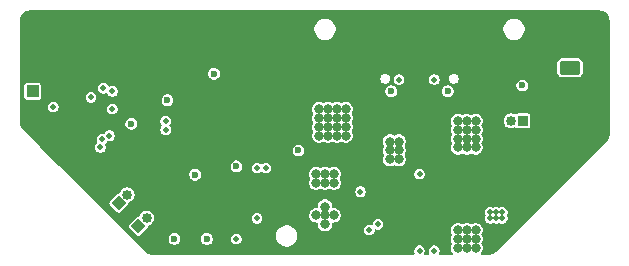
<source format=gbr>
%TF.GenerationSoftware,KiCad,Pcbnew,9.0.1-rc2-202503292320~1d443ca74c~ubuntu24.04.1*%
%TF.CreationDate,2025-04-04T23:21:44+10:00*%
%TF.ProjectId,Stormbreaker,53746f72-6d62-4726-9561-6b65722e6b69,rev?*%
%TF.SameCoordinates,Original*%
%TF.FileFunction,Copper,L2,Inr*%
%TF.FilePolarity,Positive*%
%FSLAX46Y46*%
G04 Gerber Fmt 4.6, Leading zero omitted, Abs format (unit mm)*
G04 Created by KiCad (PCBNEW 9.0.1-rc2-202503292320~1d443ca74c~ubuntu24.04.1) date 2025-04-04 23:21:44*
%MOMM*%
%LPD*%
G01*
G04 APERTURE LIST*
G04 Aperture macros list*
%AMRoundRect*
0 Rectangle with rounded corners*
0 $1 Rounding radius*
0 $2 $3 $4 $5 $6 $7 $8 $9 X,Y pos of 4 corners*
0 Add a 4 corners polygon primitive as box body*
4,1,4,$2,$3,$4,$5,$6,$7,$8,$9,$2,$3,0*
0 Add four circle primitives for the rounded corners*
1,1,$1+$1,$2,$3*
1,1,$1+$1,$4,$5*
1,1,$1+$1,$6,$7*
1,1,$1+$1,$8,$9*
0 Add four rect primitives between the rounded corners*
20,1,$1+$1,$2,$3,$4,$5,0*
20,1,$1+$1,$4,$5,$6,$7,0*
20,1,$1+$1,$6,$7,$8,$9,0*
20,1,$1+$1,$8,$9,$2,$3,0*%
%AMHorizOval*
0 Thick line with rounded ends*
0 $1 width*
0 $2 $3 position (X,Y) of the first rounded end (center of the circle)*
0 $4 $5 position (X,Y) of the second rounded end (center of the circle)*
0 Add line between two ends*
20,1,$1,$2,$3,$4,$5,0*
0 Add two circle primitives to create the rounded ends*
1,1,$1,$2,$3*
1,1,$1,$4,$5*%
%AMRotRect*
0 Rectangle, with rotation*
0 The origin of the aperture is its center*
0 $1 length*
0 $2 width*
0 $3 Rotation angle, in degrees counterclockwise*
0 Add horizontal line*
21,1,$1,$2,0,0,$3*%
G04 Aperture macros list end*
%TA.AperFunction,HeatsinkPad*%
%ADD10C,0.500000*%
%TD*%
%TA.AperFunction,ComponentPad*%
%ADD11RotRect,0.850000X0.850000X135.000000*%
%TD*%
%TA.AperFunction,ComponentPad*%
%ADD12HorizOval,0.850000X0.000000X0.000000X0.000000X0.000000X0*%
%TD*%
%TA.AperFunction,HeatsinkPad*%
%ADD13O,1.000000X2.100000*%
%TD*%
%TA.AperFunction,HeatsinkPad*%
%ADD14O,1.000000X1.800000*%
%TD*%
%TA.AperFunction,ComponentPad*%
%ADD15RoundRect,0.250000X0.625000X-0.350000X0.625000X0.350000X-0.625000X0.350000X-0.625000X-0.350000X0*%
%TD*%
%TA.AperFunction,ComponentPad*%
%ADD16O,1.750000X1.200000*%
%TD*%
%TA.AperFunction,ComponentPad*%
%ADD17C,0.850000*%
%TD*%
%TA.AperFunction,ComponentPad*%
%ADD18R,0.850000X0.850000*%
%TD*%
%TA.AperFunction,ComponentPad*%
%ADD19O,0.850000X0.850000*%
%TD*%
%TA.AperFunction,ComponentPad*%
%ADD20R,1.000000X1.000000*%
%TD*%
%TA.AperFunction,ComponentPad*%
%ADD21O,1.000000X1.000000*%
%TD*%
%TA.AperFunction,ComponentPad*%
%ADD22C,0.600000*%
%TD*%
%TA.AperFunction,ViaPad*%
%ADD23C,0.600000*%
%TD*%
%TA.AperFunction,ViaPad*%
%ADD24C,0.800000*%
%TD*%
%TA.AperFunction,ViaPad*%
%ADD25C,0.500000*%
%TD*%
G04 APERTURE END LIST*
D10*
%TO.N,GND*%
%TO.C,U1*%
X146900000Y-57400000D03*
X146900000Y-58500000D03*
X146900000Y-59600000D03*
X148000000Y-57400000D03*
X148000000Y-58500000D03*
X148000000Y-59600000D03*
X149100000Y-57400000D03*
X149100000Y-58500000D03*
X149100000Y-59600000D03*
%TD*%
D11*
%TO.N,VCC*%
%TO.C,J3*%
X122542893Y-57457107D03*
D12*
%TO.N,/PA0*%
X123250000Y-56750000D03*
%TO.N,GND*%
X123957107Y-56042893D03*
%TD*%
D13*
%TO.N,GND*%
%TO.C,J2*%
X152320000Y-47415000D03*
D14*
X152320000Y-43235000D03*
D13*
X143680000Y-47415000D03*
D14*
X143680000Y-43235000D03*
%TD*%
D15*
%TO.N,/BATT*%
%TO.C,BT2*%
X160750000Y-46000000D03*
D16*
%TO.N,GND*%
X160750000Y-44000000D03*
%TD*%
D11*
%TO.N,SDA*%
%TO.C,J5*%
X124191386Y-59426777D03*
D17*
%TO.N,SCL*%
X124898493Y-58719670D03*
%TD*%
D18*
%TO.N,VCC*%
%TO.C,J4*%
X156750000Y-50500000D03*
D19*
%TO.N,Net-(J4-Pin_2)*%
X155750000Y-50500000D03*
%TD*%
D20*
%TO.N,/BATT*%
%TO.C,BT1*%
X115250000Y-48000000D03*
D21*
%TO.N,GND*%
X115250000Y-49270000D03*
%TD*%
D22*
%TO.N,GND*%
%TO.C,U4*%
X147200000Y-43750000D03*
X147750000Y-43750000D03*
X148300000Y-43750000D03*
X147200000Y-43200000D03*
X147750000Y-43200000D03*
X148300000Y-43200000D03*
X147200000Y-42650000D03*
X147750000Y-42650000D03*
X148300000Y-42650000D03*
%TD*%
D23*
%TO.N,GND*%
X136250000Y-53000000D03*
X151200000Y-47990000D03*
X116000000Y-52000000D03*
X119000000Y-55000000D03*
X118000000Y-54000000D03*
D24*
X131250000Y-57500000D03*
X133500000Y-53000000D03*
D23*
X117500000Y-45000000D03*
D24*
X136750000Y-57750000D03*
D23*
X132805000Y-42025000D03*
X137500000Y-55000000D03*
X124855000Y-42150000D03*
X144800000Y-47990000D03*
X135000000Y-60000000D03*
X157500000Y-42500000D03*
D24*
X136750000Y-56250000D03*
D23*
X125000000Y-54500000D03*
D24*
X119000000Y-50750000D03*
X136750000Y-57000000D03*
D23*
X124750000Y-51500000D03*
X136205000Y-42150000D03*
D24*
X137500000Y-57000000D03*
D23*
X142500000Y-57500000D03*
D24*
X136000000Y-57000000D03*
D23*
X136455000Y-49750000D03*
X152250000Y-56500000D03*
X131500000Y-61250000D03*
X126500000Y-53000000D03*
D24*
%TO.N,/BATT*%
X151250000Y-60500000D03*
X152750000Y-60500000D03*
X152000000Y-60500000D03*
X152750000Y-59750000D03*
X152000000Y-61250000D03*
X152000000Y-59750000D03*
X151250000Y-61250000D03*
X152750000Y-61250000D03*
X151250000Y-59750000D03*
D23*
%TO.N,VBUS*%
X150400000Y-47990000D03*
X145600000Y-47990000D03*
D24*
X146250000Y-52250000D03*
X145500000Y-53750000D03*
X146250000Y-53000000D03*
X145500000Y-52250000D03*
X145500000Y-53000000D03*
X146250000Y-53750000D03*
D25*
%TO.N,Net-(U1-REGN)*%
X148000000Y-55000000D03*
D24*
%TO.N,VCC*%
X141750000Y-50250000D03*
X151250000Y-52750000D03*
D25*
X154000000Y-58250000D03*
D24*
X151250000Y-52000000D03*
X139500000Y-50250000D03*
X152750000Y-52750000D03*
X141000000Y-50250000D03*
X139500000Y-51000000D03*
D25*
X154500000Y-58750000D03*
D24*
X152000000Y-51250000D03*
D25*
X155000000Y-58750000D03*
D24*
X141750000Y-51750000D03*
D23*
X126660000Y-48750000D03*
D25*
X154500000Y-58250000D03*
D24*
X152000000Y-50500000D03*
X140250000Y-50250000D03*
D25*
X154000000Y-58750000D03*
D24*
X152750000Y-50500000D03*
X152000000Y-52000000D03*
X140250000Y-51750000D03*
X141000000Y-51750000D03*
D25*
X117000000Y-49315686D03*
D24*
X141000000Y-51000000D03*
D25*
X155000000Y-58250000D03*
D24*
X141750000Y-51000000D03*
X152750000Y-52000000D03*
X152000000Y-52750000D03*
X151250000Y-50500000D03*
X140250000Y-51000000D03*
X151250000Y-51250000D03*
X139500000Y-49500000D03*
X140250000Y-49500000D03*
X141750000Y-49500000D03*
X139500000Y-51750000D03*
X141000000Y-49500000D03*
X152750000Y-51250000D03*
D23*
%TO.N,Net-(U2-VDD)*%
X129000000Y-55050000D03*
%TO.N,+3.3V*%
X127250000Y-60500000D03*
%TO.N,SD_VCC*%
X130605000Y-46500000D03*
X130000000Y-60500000D03*
X132500000Y-54350000D03*
D25*
%TO.N,SD_D1*%
X132500000Y-60500000D03*
X135000000Y-54500000D03*
%TO.N,SD_D0*%
X134250000Y-58750000D03*
X134250000Y-54500000D03*
%TO.N,Net-(U1-ILIM)*%
X148000000Y-61500000D03*
%TO.N,Net-(U1-TS)*%
X149250000Y-61500000D03*
%TO.N,SCL*%
X121125940Y-52067093D03*
%TO.N,SDA*%
X120972182Y-52750000D03*
%TO.N,SDA_2*%
X143750000Y-59750000D03*
X126500000Y-51251000D03*
X122000000Y-49500000D03*
%TO.N,SCL_2*%
X144500000Y-59250000D03*
X122000000Y-48000000D03*
X126500000Y-50500000D03*
%TO.N,/BQ_STAT*%
X143000000Y-56500000D03*
X121750000Y-51750000D03*
%TO.N,/PA0*%
X120200000Y-48500000D03*
D23*
%TO.N,FAN_PWM*%
X123604998Y-50750000D03*
X156700000Y-47500000D03*
%TO.N,Net-(Q1-G)*%
X137750000Y-53007500D03*
D25*
X121236091Y-47736091D03*
%TO.N,CC2*%
X146250000Y-47000000D03*
%TO.N,CC1*%
X149250000Y-47000000D03*
D24*
%TO.N,VDD*%
X139250000Y-55750000D03*
X140750000Y-55000000D03*
X140000000Y-58500000D03*
X139250000Y-55000000D03*
X140000000Y-55000000D03*
X140000000Y-57750000D03*
X139250000Y-58500000D03*
X140000000Y-59250000D03*
X140750000Y-55750000D03*
X140750000Y-58500000D03*
X140000000Y-55750000D03*
%TD*%
%TA.AperFunction,Conductor*%
%TO.N,GND*%
G36*
X163256061Y-41151097D02*
G01*
X163403580Y-41165626D01*
X163427408Y-41170365D01*
X163563410Y-41211621D01*
X163585855Y-41220918D01*
X163711187Y-41287910D01*
X163731398Y-41301415D01*
X163841246Y-41391565D01*
X163858434Y-41408753D01*
X163948584Y-41518601D01*
X163962089Y-41538812D01*
X164029078Y-41664137D01*
X164038381Y-41686596D01*
X164079632Y-41822585D01*
X164084374Y-41846426D01*
X164098903Y-41993938D01*
X164099500Y-42006092D01*
X164099500Y-51580915D01*
X164099118Y-51590643D01*
X164089808Y-51708955D01*
X164086764Y-51728173D01*
X164060204Y-51838810D01*
X164054191Y-51857316D01*
X164010649Y-51962437D01*
X164001816Y-51979773D01*
X163942364Y-52076793D01*
X163930927Y-52092536D01*
X163853928Y-52182691D01*
X163847349Y-52189811D01*
X163846347Y-52190813D01*
X163844430Y-52192731D01*
X154439917Y-61597242D01*
X154432766Y-61603852D01*
X154342529Y-61680920D01*
X154326792Y-61692354D01*
X154229773Y-61751806D01*
X154212435Y-61760640D01*
X154107311Y-61804182D01*
X154088806Y-61810194D01*
X153978169Y-61836754D01*
X153958951Y-61839798D01*
X153840514Y-61849118D01*
X153830786Y-61849500D01*
X153299098Y-61849500D01*
X153232059Y-61829815D01*
X153186304Y-61777011D01*
X153176360Y-61707853D01*
X153205385Y-61644297D01*
X153211417Y-61637819D01*
X153230520Y-61618716D01*
X153309577Y-61481784D01*
X153350500Y-61329057D01*
X153350500Y-61170943D01*
X153309577Y-61018216D01*
X153262686Y-60936998D01*
X153246214Y-60869100D01*
X153262687Y-60813000D01*
X153265970Y-60807314D01*
X153309577Y-60731784D01*
X153350500Y-60579057D01*
X153350500Y-60420943D01*
X153309577Y-60268216D01*
X153262686Y-60186998D01*
X153246214Y-60119100D01*
X153262687Y-60063000D01*
X153309577Y-59981784D01*
X153350500Y-59829057D01*
X153350500Y-59670943D01*
X153309577Y-59518216D01*
X153301952Y-59505009D01*
X153230524Y-59381290D01*
X153230518Y-59381282D01*
X153118717Y-59269481D01*
X153118709Y-59269475D01*
X152981790Y-59190426D01*
X152981786Y-59190424D01*
X152981784Y-59190423D01*
X152829057Y-59149500D01*
X152670943Y-59149500D01*
X152518216Y-59190423D01*
X152518215Y-59190423D01*
X152436999Y-59237313D01*
X152369099Y-59253784D01*
X152313001Y-59237313D01*
X152231784Y-59190423D01*
X152166719Y-59172989D01*
X152079057Y-59149500D01*
X151920943Y-59149500D01*
X151768216Y-59190423D01*
X151768215Y-59190423D01*
X151686999Y-59237313D01*
X151619099Y-59253784D01*
X151563001Y-59237313D01*
X151481784Y-59190423D01*
X151416719Y-59172989D01*
X151329057Y-59149500D01*
X151170943Y-59149500D01*
X151018216Y-59190423D01*
X151018209Y-59190426D01*
X150881290Y-59269475D01*
X150881282Y-59269481D01*
X150769481Y-59381282D01*
X150769475Y-59381290D01*
X150690426Y-59518209D01*
X150690423Y-59518216D01*
X150649500Y-59670943D01*
X150649500Y-59829057D01*
X150674910Y-59923886D01*
X150690423Y-59981783D01*
X150690423Y-59981784D01*
X150737313Y-60063001D01*
X150753784Y-60130901D01*
X150737313Y-60186999D01*
X150690423Y-60268215D01*
X150690423Y-60268216D01*
X150649500Y-60420943D01*
X150649500Y-60579057D01*
X150675623Y-60676547D01*
X150690423Y-60731783D01*
X150690423Y-60731784D01*
X150737313Y-60813001D01*
X150753784Y-60880901D01*
X150737313Y-60936999D01*
X150690423Y-61018215D01*
X150690423Y-61018216D01*
X150649500Y-61170943D01*
X150649500Y-61329056D01*
X150690423Y-61481783D01*
X150690426Y-61481790D01*
X150769475Y-61618709D01*
X150769481Y-61618717D01*
X150788583Y-61637819D01*
X150822068Y-61699142D01*
X150817084Y-61768834D01*
X150775212Y-61824767D01*
X150709748Y-61849184D01*
X150700902Y-61849500D01*
X149782637Y-61849500D01*
X149715598Y-61829815D01*
X149669843Y-61777011D01*
X149659899Y-61707853D01*
X149668073Y-61678055D01*
X149669796Y-61673893D01*
X149669796Y-61673889D01*
X149669799Y-61673886D01*
X149700500Y-61559309D01*
X149700500Y-61440691D01*
X149669799Y-61326114D01*
X149610489Y-61223387D01*
X149526613Y-61139511D01*
X149423886Y-61080201D01*
X149309309Y-61049500D01*
X149190691Y-61049500D01*
X149076114Y-61080201D01*
X149076112Y-61080201D01*
X149076112Y-61080202D01*
X148973387Y-61139511D01*
X148973384Y-61139513D01*
X148889513Y-61223384D01*
X148889511Y-61223387D01*
X148830201Y-61326114D01*
X148799500Y-61440691D01*
X148799500Y-61559309D01*
X148820537Y-61637819D01*
X148830203Y-61673893D01*
X148831927Y-61678055D01*
X148835431Y-61710670D01*
X148840101Y-61743147D01*
X148839145Y-61745239D01*
X148839391Y-61747524D01*
X148824706Y-61776857D01*
X148811076Y-61806703D01*
X148809142Y-61807945D01*
X148808113Y-61810002D01*
X148779896Y-61826740D01*
X148752298Y-61844477D01*
X148749262Y-61844913D01*
X148748021Y-61845650D01*
X148717363Y-61849500D01*
X148532637Y-61849500D01*
X148465598Y-61829815D01*
X148419843Y-61777011D01*
X148409899Y-61707853D01*
X148418073Y-61678055D01*
X148419796Y-61673893D01*
X148419796Y-61673889D01*
X148419799Y-61673886D01*
X148450500Y-61559309D01*
X148450500Y-61440691D01*
X148419799Y-61326114D01*
X148360489Y-61223387D01*
X148276613Y-61139511D01*
X148173886Y-61080201D01*
X148059309Y-61049500D01*
X147940691Y-61049500D01*
X147826114Y-61080201D01*
X147826112Y-61080201D01*
X147826112Y-61080202D01*
X147723387Y-61139511D01*
X147723384Y-61139513D01*
X147639513Y-61223384D01*
X147639511Y-61223387D01*
X147580201Y-61326114D01*
X147549500Y-61440691D01*
X147549500Y-61559309D01*
X147570537Y-61637819D01*
X147580203Y-61673893D01*
X147581927Y-61678055D01*
X147589391Y-61747524D01*
X147558113Y-61810002D01*
X147498021Y-61845650D01*
X147467363Y-61849500D01*
X125419086Y-61849500D01*
X125409358Y-61849118D01*
X125396696Y-61848121D01*
X125291053Y-61839807D01*
X125271834Y-61836763D01*
X125161195Y-61810200D01*
X125142689Y-61804186D01*
X125037576Y-61760645D01*
X125020241Y-61751812D01*
X124923219Y-61692352D01*
X124907479Y-61680914D01*
X124899259Y-61673893D01*
X124857027Y-61637819D01*
X124817063Y-61603682D01*
X124809922Y-61597081D01*
X124809917Y-61597076D01*
X124809914Y-61597074D01*
X124804000Y-61591160D01*
X124789245Y-61576403D01*
X124789240Y-61576401D01*
X123646947Y-60434108D01*
X126749500Y-60434108D01*
X126749500Y-60565892D01*
X126766554Y-60629539D01*
X126783608Y-60693187D01*
X126805894Y-60731786D01*
X126849500Y-60807314D01*
X126942686Y-60900500D01*
X127056814Y-60966392D01*
X127184108Y-61000500D01*
X127184110Y-61000500D01*
X127315890Y-61000500D01*
X127315892Y-61000500D01*
X127443186Y-60966392D01*
X127557314Y-60900500D01*
X127650500Y-60807314D01*
X127716392Y-60693186D01*
X127750500Y-60565892D01*
X127750500Y-60434108D01*
X129499500Y-60434108D01*
X129499500Y-60565892D01*
X129516554Y-60629539D01*
X129533608Y-60693187D01*
X129555894Y-60731786D01*
X129599500Y-60807314D01*
X129692686Y-60900500D01*
X129806814Y-60966392D01*
X129934108Y-61000500D01*
X129934110Y-61000500D01*
X130065890Y-61000500D01*
X130065892Y-61000500D01*
X130193186Y-60966392D01*
X130307314Y-60900500D01*
X130400500Y-60807314D01*
X130466392Y-60693186D01*
X130500500Y-60565892D01*
X130500500Y-60440691D01*
X132049500Y-60440691D01*
X132049500Y-60559309D01*
X132080201Y-60673886D01*
X132139511Y-60776613D01*
X132223387Y-60860489D01*
X132326114Y-60919799D01*
X132440691Y-60950500D01*
X132440694Y-60950500D01*
X132559306Y-60950500D01*
X132559309Y-60950500D01*
X132673886Y-60919799D01*
X132776613Y-60860489D01*
X132860489Y-60776613D01*
X132919799Y-60673886D01*
X132950500Y-60559309D01*
X132950500Y-60440691D01*
X132919799Y-60326114D01*
X132860489Y-60223387D01*
X132798406Y-60161304D01*
X135849500Y-60161304D01*
X135849500Y-60338695D01*
X135884103Y-60512658D01*
X135884106Y-60512667D01*
X135951983Y-60676540D01*
X135951990Y-60676553D01*
X136050535Y-60824034D01*
X136050538Y-60824038D01*
X136175961Y-60949461D01*
X136175965Y-60949464D01*
X136323446Y-61048009D01*
X136323459Y-61048016D01*
X136401165Y-61080202D01*
X136487334Y-61115894D01*
X136487336Y-61115894D01*
X136487341Y-61115896D01*
X136661304Y-61150499D01*
X136661307Y-61150500D01*
X136661309Y-61150500D01*
X136838693Y-61150500D01*
X136838694Y-61150499D01*
X136896682Y-61138964D01*
X137012658Y-61115896D01*
X137012661Y-61115894D01*
X137012666Y-61115894D01*
X137176547Y-61048013D01*
X137324035Y-60949464D01*
X137449464Y-60824035D01*
X137548013Y-60676547D01*
X137615894Y-60512666D01*
X137622508Y-60479419D01*
X137650499Y-60338695D01*
X137650500Y-60338693D01*
X137650500Y-60161306D01*
X137650499Y-60161304D01*
X137615896Y-59987341D01*
X137615893Y-59987332D01*
X137548016Y-59823459D01*
X137548009Y-59823446D01*
X137449464Y-59675965D01*
X137449461Y-59675961D01*
X137324038Y-59550538D01*
X137324034Y-59550535D01*
X137176553Y-59451990D01*
X137176540Y-59451983D01*
X137012667Y-59384106D01*
X137012658Y-59384103D01*
X136838694Y-59349500D01*
X136838691Y-59349500D01*
X136661309Y-59349500D01*
X136661306Y-59349500D01*
X136487341Y-59384103D01*
X136487332Y-59384106D01*
X136323459Y-59451983D01*
X136323446Y-59451990D01*
X136175965Y-59550535D01*
X136175961Y-59550538D01*
X136050538Y-59675961D01*
X136050535Y-59675965D01*
X135951990Y-59823446D01*
X135951983Y-59823459D01*
X135884106Y-59987332D01*
X135884103Y-59987341D01*
X135849500Y-60161304D01*
X132798406Y-60161304D01*
X132776613Y-60139511D01*
X132673886Y-60080201D01*
X132559309Y-60049500D01*
X132440691Y-60049500D01*
X132326114Y-60080201D01*
X132326112Y-60080201D01*
X132326112Y-60080202D01*
X132223387Y-60139511D01*
X132223384Y-60139513D01*
X132139513Y-60223384D01*
X132139511Y-60223387D01*
X132080201Y-60326114D01*
X132049500Y-60440691D01*
X130500500Y-60440691D01*
X130500500Y-60434108D01*
X130466392Y-60306814D01*
X130400500Y-60192686D01*
X130307314Y-60099500D01*
X130220712Y-60049500D01*
X130193187Y-60033608D01*
X130129539Y-60016554D01*
X130065892Y-59999500D01*
X129934108Y-59999500D01*
X129806812Y-60033608D01*
X129692686Y-60099500D01*
X129692683Y-60099502D01*
X129599502Y-60192683D01*
X129599500Y-60192686D01*
X129533608Y-60306812D01*
X129503027Y-60420945D01*
X129499500Y-60434108D01*
X127750500Y-60434108D01*
X127716392Y-60306814D01*
X127650500Y-60192686D01*
X127557314Y-60099500D01*
X127470712Y-60049500D01*
X127443187Y-60033608D01*
X127379539Y-60016554D01*
X127315892Y-59999500D01*
X127184108Y-59999500D01*
X127056812Y-60033608D01*
X126942686Y-60099500D01*
X126942683Y-60099502D01*
X126849502Y-60192683D01*
X126849500Y-60192686D01*
X126783608Y-60306812D01*
X126753027Y-60420945D01*
X126749500Y-60434108D01*
X123646947Y-60434108D01*
X122639616Y-59426777D01*
X123385918Y-59426777D01*
X123401478Y-59505009D01*
X123434607Y-59554590D01*
X124063572Y-60183555D01*
X124113153Y-60216684D01*
X124113155Y-60216685D01*
X124191386Y-60232245D01*
X124269617Y-60216685D01*
X124319197Y-60183557D01*
X124948166Y-59554588D01*
X124981294Y-59505008D01*
X124996854Y-59426777D01*
X124996853Y-59426775D01*
X124999236Y-59414799D01*
X125003590Y-59415665D01*
X125016539Y-59371567D01*
X125069343Y-59325812D01*
X125075349Y-59323541D01*
X125075317Y-59323464D01*
X125080943Y-59321133D01*
X125080945Y-59321133D01*
X125194779Y-59273981D01*
X125297226Y-59205528D01*
X125384351Y-59118403D01*
X125452804Y-59015956D01*
X125499956Y-58902122D01*
X125523993Y-58781276D01*
X125523993Y-58690691D01*
X133799500Y-58690691D01*
X133799500Y-58809309D01*
X133830201Y-58923886D01*
X133889511Y-59026613D01*
X133973387Y-59110489D01*
X134076114Y-59169799D01*
X134190691Y-59200500D01*
X134190694Y-59200500D01*
X134309306Y-59200500D01*
X134309309Y-59200500D01*
X134423886Y-59169799D01*
X134526613Y-59110489D01*
X134610489Y-59026613D01*
X134669799Y-58923886D01*
X134700500Y-58809309D01*
X134700500Y-58690691D01*
X134669799Y-58576114D01*
X134610489Y-58473387D01*
X134558045Y-58420943D01*
X138649500Y-58420943D01*
X138649500Y-58579057D01*
X138673868Y-58669997D01*
X138690423Y-58731783D01*
X138690426Y-58731790D01*
X138769475Y-58868709D01*
X138769479Y-58868714D01*
X138769480Y-58868716D01*
X138881284Y-58980520D01*
X138881286Y-58980521D01*
X138881290Y-58980524D01*
X139018209Y-59059573D01*
X139018216Y-59059577D01*
X139170943Y-59100500D01*
X139170945Y-59100500D01*
X139275500Y-59100500D01*
X139342539Y-59120185D01*
X139388294Y-59172989D01*
X139399500Y-59224500D01*
X139399500Y-59329057D01*
X139424910Y-59423886D01*
X139440423Y-59481783D01*
X139440426Y-59481790D01*
X139519475Y-59618709D01*
X139519479Y-59618714D01*
X139519480Y-59618716D01*
X139631284Y-59730520D01*
X139631286Y-59730521D01*
X139631290Y-59730524D01*
X139767747Y-59809306D01*
X139768216Y-59809577D01*
X139920943Y-59850500D01*
X139920945Y-59850500D01*
X140079055Y-59850500D01*
X140079057Y-59850500D01*
X140231784Y-59809577D01*
X140368716Y-59730520D01*
X140408545Y-59690691D01*
X143299500Y-59690691D01*
X143299500Y-59809309D01*
X143330201Y-59923886D01*
X143389511Y-60026613D01*
X143473387Y-60110489D01*
X143576114Y-60169799D01*
X143690691Y-60200500D01*
X143690694Y-60200500D01*
X143809306Y-60200500D01*
X143809309Y-60200500D01*
X143923886Y-60169799D01*
X144026613Y-60110489D01*
X144110489Y-60026613D01*
X144169799Y-59923886D01*
X144200500Y-59809309D01*
X144200500Y-59797740D01*
X144220185Y-59730701D01*
X144272989Y-59684946D01*
X144342147Y-59675002D01*
X144356575Y-59677961D01*
X144440691Y-59700500D01*
X144440694Y-59700500D01*
X144559306Y-59700500D01*
X144559309Y-59700500D01*
X144673886Y-59669799D01*
X144776613Y-59610489D01*
X144860489Y-59526613D01*
X144919799Y-59423886D01*
X144950500Y-59309309D01*
X144950500Y-59190691D01*
X144919799Y-59076114D01*
X144860489Y-58973387D01*
X144776613Y-58889511D01*
X144673886Y-58830201D01*
X144559309Y-58799500D01*
X144440691Y-58799500D01*
X144326114Y-58830201D01*
X144326112Y-58830201D01*
X144326112Y-58830202D01*
X144223387Y-58889511D01*
X144223384Y-58889513D01*
X144139513Y-58973384D01*
X144139511Y-58973387D01*
X144108780Y-59026615D01*
X144080201Y-59076114D01*
X144049500Y-59190691D01*
X144049500Y-59190693D01*
X144049500Y-59202259D01*
X144029815Y-59269298D01*
X143977011Y-59315053D01*
X143907853Y-59324997D01*
X143893407Y-59322034D01*
X143845905Y-59309306D01*
X143809309Y-59299500D01*
X143690691Y-59299500D01*
X143576114Y-59330201D01*
X143576112Y-59330201D01*
X143576112Y-59330202D01*
X143473387Y-59389511D01*
X143473384Y-59389513D01*
X143389513Y-59473384D01*
X143389511Y-59473387D01*
X143344969Y-59550536D01*
X143330201Y-59576114D01*
X143299500Y-59690691D01*
X140408545Y-59690691D01*
X140480520Y-59618716D01*
X140559577Y-59481784D01*
X140600500Y-59329057D01*
X140600500Y-59224500D01*
X140620185Y-59157461D01*
X140672989Y-59111706D01*
X140724500Y-59100500D01*
X140829055Y-59100500D01*
X140829057Y-59100500D01*
X140981784Y-59059577D01*
X141118716Y-58980520D01*
X141230520Y-58868716D01*
X141309577Y-58731784D01*
X141350500Y-58579057D01*
X141350500Y-58420943D01*
X141309577Y-58268216D01*
X141289714Y-58233812D01*
X141264818Y-58190691D01*
X153549500Y-58190691D01*
X153549500Y-58309309D01*
X153570990Y-58389511D01*
X153580201Y-58423887D01*
X153580202Y-58423888D01*
X153588351Y-58438003D01*
X153604821Y-58505903D01*
X153588351Y-58561997D01*
X153580202Y-58576111D01*
X153580201Y-58576112D01*
X153579412Y-58579057D01*
X153549500Y-58690691D01*
X153549500Y-58809309D01*
X153580201Y-58923886D01*
X153639511Y-59026613D01*
X153723387Y-59110489D01*
X153826114Y-59169799D01*
X153940691Y-59200500D01*
X153940694Y-59200500D01*
X154059306Y-59200500D01*
X154059309Y-59200500D01*
X154173886Y-59169799D01*
X154187997Y-59161652D01*
X154255896Y-59145177D01*
X154312003Y-59161652D01*
X154326110Y-59169797D01*
X154326111Y-59169797D01*
X154326114Y-59169799D01*
X154440691Y-59200500D01*
X154440694Y-59200500D01*
X154559306Y-59200500D01*
X154559309Y-59200500D01*
X154673886Y-59169799D01*
X154687997Y-59161652D01*
X154755896Y-59145177D01*
X154812003Y-59161652D01*
X154826110Y-59169797D01*
X154826111Y-59169797D01*
X154826114Y-59169799D01*
X154940691Y-59200500D01*
X154940694Y-59200500D01*
X155059306Y-59200500D01*
X155059309Y-59200500D01*
X155173886Y-59169799D01*
X155276613Y-59110489D01*
X155360489Y-59026613D01*
X155419799Y-58923886D01*
X155450500Y-58809309D01*
X155450500Y-58690691D01*
X155419799Y-58576114D01*
X155411652Y-58562003D01*
X155395177Y-58494104D01*
X155411652Y-58437997D01*
X155419797Y-58423889D01*
X155419796Y-58423889D01*
X155419799Y-58423886D01*
X155450500Y-58309309D01*
X155450500Y-58190691D01*
X155419799Y-58076114D01*
X155360489Y-57973387D01*
X155276613Y-57889511D01*
X155173886Y-57830201D01*
X155059309Y-57799500D01*
X154940691Y-57799500D01*
X154871944Y-57817920D01*
X154826112Y-57830201D01*
X154826111Y-57830202D01*
X154811997Y-57838351D01*
X154744097Y-57854821D01*
X154688003Y-57838351D01*
X154673888Y-57830202D01*
X154673887Y-57830201D01*
X154645241Y-57822525D01*
X154559309Y-57799500D01*
X154440691Y-57799500D01*
X154371944Y-57817920D01*
X154326112Y-57830201D01*
X154326111Y-57830202D01*
X154311997Y-57838351D01*
X154244097Y-57854821D01*
X154188003Y-57838351D01*
X154173888Y-57830202D01*
X154173887Y-57830201D01*
X154145241Y-57822525D01*
X154059309Y-57799500D01*
X153940691Y-57799500D01*
X153826114Y-57830201D01*
X153826112Y-57830201D01*
X153826112Y-57830202D01*
X153723387Y-57889511D01*
X153723384Y-57889513D01*
X153639513Y-57973384D01*
X153639511Y-57973387D01*
X153580201Y-58076114D01*
X153549500Y-58190691D01*
X141264818Y-58190691D01*
X141230522Y-58131287D01*
X141230518Y-58131282D01*
X141118717Y-58019481D01*
X141118709Y-58019475D01*
X140981790Y-57940426D01*
X140981786Y-57940424D01*
X140981784Y-57940423D01*
X140829057Y-57899500D01*
X140724500Y-57899500D01*
X140657461Y-57879815D01*
X140611706Y-57827011D01*
X140600500Y-57775500D01*
X140600500Y-57670945D01*
X140600500Y-57670943D01*
X140559577Y-57518216D01*
X140492421Y-57401897D01*
X140480524Y-57381290D01*
X140480518Y-57381282D01*
X140368717Y-57269481D01*
X140368709Y-57269475D01*
X140231790Y-57190426D01*
X140231786Y-57190424D01*
X140231784Y-57190423D01*
X140079057Y-57149500D01*
X139920943Y-57149500D01*
X139768216Y-57190423D01*
X139768209Y-57190426D01*
X139631290Y-57269475D01*
X139631282Y-57269481D01*
X139519481Y-57381282D01*
X139519475Y-57381290D01*
X139440426Y-57518209D01*
X139440423Y-57518216D01*
X139399500Y-57670943D01*
X139399500Y-57775500D01*
X139379815Y-57842539D01*
X139327011Y-57888294D01*
X139275500Y-57899500D01*
X139170943Y-57899500D01*
X139018216Y-57940423D01*
X139018209Y-57940426D01*
X138881290Y-58019475D01*
X138881282Y-58019481D01*
X138769481Y-58131282D01*
X138769475Y-58131290D01*
X138690426Y-58268209D01*
X138690423Y-58268216D01*
X138649500Y-58420943D01*
X134558045Y-58420943D01*
X134526613Y-58389511D01*
X134423886Y-58330201D01*
X134309309Y-58299500D01*
X134190691Y-58299500D01*
X134076114Y-58330201D01*
X134076112Y-58330201D01*
X134076112Y-58330202D01*
X133973387Y-58389511D01*
X133973384Y-58389513D01*
X133889513Y-58473384D01*
X133889511Y-58473387D01*
X133838352Y-58561997D01*
X133830201Y-58576114D01*
X133799500Y-58690691D01*
X125523993Y-58690691D01*
X125523993Y-58658064D01*
X125499956Y-58537218D01*
X125453013Y-58423888D01*
X125452805Y-58423386D01*
X125452800Y-58423377D01*
X125384351Y-58320937D01*
X125384348Y-58320933D01*
X125297229Y-58233814D01*
X125297225Y-58233811D01*
X125194785Y-58165362D01*
X125194776Y-58165357D01*
X125080947Y-58118208D01*
X125080948Y-58118208D01*
X125080945Y-58118207D01*
X125080941Y-58118206D01*
X125080937Y-58118205D01*
X124960103Y-58094170D01*
X124960099Y-58094170D01*
X124836887Y-58094170D01*
X124836882Y-58094170D01*
X124716048Y-58118205D01*
X124716038Y-58118208D01*
X124602209Y-58165357D01*
X124602200Y-58165362D01*
X124499760Y-58233811D01*
X124499756Y-58233814D01*
X124412637Y-58320933D01*
X124412634Y-58320937D01*
X124344185Y-58423377D01*
X124344180Y-58423386D01*
X124294699Y-58542846D01*
X124292545Y-58541954D01*
X124259930Y-58591735D01*
X124203005Y-58617126D01*
X124203364Y-58618927D01*
X124191386Y-58621309D01*
X124158029Y-58627943D01*
X124113153Y-58636869D01*
X124063572Y-58669998D01*
X123434607Y-59298963D01*
X123401478Y-59348544D01*
X123385918Y-59426777D01*
X122639616Y-59426777D01*
X120669946Y-57457107D01*
X121737425Y-57457107D01*
X121752985Y-57535339D01*
X121786114Y-57584920D01*
X122415079Y-58213885D01*
X122464660Y-58247014D01*
X122464662Y-58247015D01*
X122542893Y-58262575D01*
X122621124Y-58247015D01*
X122670704Y-58213887D01*
X123299673Y-57584918D01*
X123332801Y-57535338D01*
X123348361Y-57457107D01*
X123348360Y-57457105D01*
X123350743Y-57445129D01*
X123355097Y-57445995D01*
X123368046Y-57401897D01*
X123420850Y-57356142D01*
X123426856Y-57353871D01*
X123426824Y-57353794D01*
X123432450Y-57351463D01*
X123432452Y-57351463D01*
X123546286Y-57304311D01*
X123648733Y-57235858D01*
X123735858Y-57148733D01*
X123804311Y-57046286D01*
X123851463Y-56932452D01*
X123875500Y-56811606D01*
X123875500Y-56688394D01*
X123851463Y-56567548D01*
X123804311Y-56453714D01*
X123804310Y-56453713D01*
X123804307Y-56453707D01*
X123795610Y-56440691D01*
X142549500Y-56440691D01*
X142549500Y-56559309D01*
X142580201Y-56673886D01*
X142639511Y-56776613D01*
X142723387Y-56860489D01*
X142826114Y-56919799D01*
X142940691Y-56950500D01*
X142940694Y-56950500D01*
X143059306Y-56950500D01*
X143059309Y-56950500D01*
X143173886Y-56919799D01*
X143276613Y-56860489D01*
X143360489Y-56776613D01*
X143419799Y-56673886D01*
X143450500Y-56559309D01*
X143450500Y-56440691D01*
X143419799Y-56326114D01*
X143360489Y-56223387D01*
X143276613Y-56139511D01*
X143173886Y-56080201D01*
X143059309Y-56049500D01*
X142940691Y-56049500D01*
X142826114Y-56080201D01*
X142826112Y-56080201D01*
X142826112Y-56080202D01*
X142723387Y-56139511D01*
X142723384Y-56139513D01*
X142639513Y-56223384D01*
X142639511Y-56223387D01*
X142580201Y-56326114D01*
X142549500Y-56440691D01*
X123795610Y-56440691D01*
X123735858Y-56351267D01*
X123735855Y-56351263D01*
X123648736Y-56264144D01*
X123648732Y-56264141D01*
X123546292Y-56195692D01*
X123546283Y-56195687D01*
X123432454Y-56148538D01*
X123432455Y-56148538D01*
X123432452Y-56148537D01*
X123432448Y-56148536D01*
X123432444Y-56148535D01*
X123311610Y-56124500D01*
X123311606Y-56124500D01*
X123188394Y-56124500D01*
X123188389Y-56124500D01*
X123067555Y-56148535D01*
X123067545Y-56148538D01*
X122953716Y-56195687D01*
X122953707Y-56195692D01*
X122851267Y-56264141D01*
X122851263Y-56264144D01*
X122764144Y-56351263D01*
X122764141Y-56351267D01*
X122695692Y-56453707D01*
X122695687Y-56453716D01*
X122646206Y-56573176D01*
X122644052Y-56572284D01*
X122611437Y-56622065D01*
X122554512Y-56647456D01*
X122554871Y-56649257D01*
X122542893Y-56651639D01*
X122509536Y-56658273D01*
X122464660Y-56667199D01*
X122415079Y-56700328D01*
X121786114Y-57329293D01*
X121752985Y-57378874D01*
X121737425Y-57457107D01*
X120669946Y-57457107D01*
X118196948Y-54984108D01*
X128499500Y-54984108D01*
X128499500Y-55115891D01*
X128533608Y-55243187D01*
X128552907Y-55276613D01*
X128599500Y-55357314D01*
X128692686Y-55450500D01*
X128806814Y-55516392D01*
X128934108Y-55550500D01*
X128934110Y-55550500D01*
X129065890Y-55550500D01*
X129065892Y-55550500D01*
X129193186Y-55516392D01*
X129307314Y-55450500D01*
X129400500Y-55357314D01*
X129466392Y-55243186D01*
X129500500Y-55115892D01*
X129500500Y-54984108D01*
X129466392Y-54856814D01*
X129400500Y-54742686D01*
X129307314Y-54649500D01*
X129250250Y-54616554D01*
X129193187Y-54583608D01*
X129102500Y-54559309D01*
X129065892Y-54549500D01*
X128934108Y-54549500D01*
X128806812Y-54583608D01*
X128692686Y-54649500D01*
X128692683Y-54649502D01*
X128599502Y-54742683D01*
X128599500Y-54742686D01*
X128533608Y-54856812D01*
X128499500Y-54984108D01*
X118196948Y-54984108D01*
X117496948Y-54284108D01*
X131999500Y-54284108D01*
X131999500Y-54415892D01*
X132016554Y-54479539D01*
X132033608Y-54543187D01*
X132054979Y-54580202D01*
X132099500Y-54657314D01*
X132192686Y-54750500D01*
X132306814Y-54816392D01*
X132434108Y-54850500D01*
X132434110Y-54850500D01*
X132565890Y-54850500D01*
X132565892Y-54850500D01*
X132693186Y-54816392D01*
X132807314Y-54750500D01*
X132900500Y-54657314D01*
X132966392Y-54543186D01*
X132993855Y-54440691D01*
X133799500Y-54440691D01*
X133799500Y-54559309D01*
X133830201Y-54673886D01*
X133889511Y-54776613D01*
X133973387Y-54860489D01*
X134076114Y-54919799D01*
X134190691Y-54950500D01*
X134190694Y-54950500D01*
X134309306Y-54950500D01*
X134309309Y-54950500D01*
X134423886Y-54919799D01*
X134526613Y-54860489D01*
X134537319Y-54849783D01*
X134598642Y-54816298D01*
X134668334Y-54821282D01*
X134712681Y-54849783D01*
X134723387Y-54860489D01*
X134826114Y-54919799D01*
X134940691Y-54950500D01*
X134940694Y-54950500D01*
X135059306Y-54950500D01*
X135059309Y-54950500D01*
X135169617Y-54920943D01*
X138649500Y-54920943D01*
X138649500Y-55079057D01*
X138674910Y-55173886D01*
X138690423Y-55231783D01*
X138690423Y-55231784D01*
X138737313Y-55313001D01*
X138753784Y-55380901D01*
X138737313Y-55436999D01*
X138690423Y-55518215D01*
X138690423Y-55518216D01*
X138649500Y-55670943D01*
X138649500Y-55829056D01*
X138690423Y-55981783D01*
X138690426Y-55981790D01*
X138769475Y-56118709D01*
X138769479Y-56118714D01*
X138769480Y-56118716D01*
X138881284Y-56230520D01*
X138881286Y-56230521D01*
X138881290Y-56230524D01*
X139018209Y-56309573D01*
X139018216Y-56309577D01*
X139170943Y-56350500D01*
X139170945Y-56350500D01*
X139329055Y-56350500D01*
X139329057Y-56350500D01*
X139481784Y-56309577D01*
X139563001Y-56262686D01*
X139630900Y-56246214D01*
X139686998Y-56262686D01*
X139768216Y-56309577D01*
X139920943Y-56350500D01*
X139920945Y-56350500D01*
X140079055Y-56350500D01*
X140079057Y-56350500D01*
X140231784Y-56309577D01*
X140313001Y-56262686D01*
X140380900Y-56246214D01*
X140436998Y-56262686D01*
X140518216Y-56309577D01*
X140670943Y-56350500D01*
X140670945Y-56350500D01*
X140829054Y-56350500D01*
X140829057Y-56350500D01*
X140981784Y-56309577D01*
X141118716Y-56230520D01*
X141230520Y-56118716D01*
X141309577Y-55981784D01*
X141350500Y-55829057D01*
X141350500Y-55670943D01*
X141309577Y-55518216D01*
X141262686Y-55436998D01*
X141246214Y-55369100D01*
X141262687Y-55313000D01*
X141309577Y-55231784D01*
X141350500Y-55079057D01*
X141350500Y-54940691D01*
X147549500Y-54940691D01*
X147549500Y-55059309D01*
X147580201Y-55173886D01*
X147639511Y-55276613D01*
X147723387Y-55360489D01*
X147826114Y-55419799D01*
X147940691Y-55450500D01*
X147940694Y-55450500D01*
X148059306Y-55450500D01*
X148059309Y-55450500D01*
X148173886Y-55419799D01*
X148276613Y-55360489D01*
X148360489Y-55276613D01*
X148419799Y-55173886D01*
X148450500Y-55059309D01*
X148450500Y-54940691D01*
X148419799Y-54826114D01*
X148360489Y-54723387D01*
X148276613Y-54639511D01*
X148173886Y-54580201D01*
X148059309Y-54549500D01*
X147940691Y-54549500D01*
X147826114Y-54580201D01*
X147826112Y-54580201D01*
X147826112Y-54580202D01*
X147723387Y-54639511D01*
X147723384Y-54639513D01*
X147639513Y-54723384D01*
X147639511Y-54723387D01*
X147585815Y-54816391D01*
X147580201Y-54826114D01*
X147549500Y-54940691D01*
X141350500Y-54940691D01*
X141350500Y-54920943D01*
X141309577Y-54768216D01*
X141299347Y-54750497D01*
X141230524Y-54631290D01*
X141230518Y-54631282D01*
X141118717Y-54519481D01*
X141118709Y-54519475D01*
X140981790Y-54440426D01*
X140981786Y-54440424D01*
X140981784Y-54440423D01*
X140829057Y-54399500D01*
X140670943Y-54399500D01*
X140518216Y-54440423D01*
X140518215Y-54440423D01*
X140436999Y-54487313D01*
X140369099Y-54503784D01*
X140313001Y-54487313D01*
X140231784Y-54440423D01*
X140079057Y-54399500D01*
X139920943Y-54399500D01*
X139768216Y-54440423D01*
X139768215Y-54440423D01*
X139686999Y-54487313D01*
X139619099Y-54503784D01*
X139563001Y-54487313D01*
X139481784Y-54440423D01*
X139329057Y-54399500D01*
X139170943Y-54399500D01*
X139018216Y-54440423D01*
X139018209Y-54440426D01*
X138881290Y-54519475D01*
X138881282Y-54519481D01*
X138769481Y-54631282D01*
X138769475Y-54631290D01*
X138690426Y-54768209D01*
X138690423Y-54768216D01*
X138649500Y-54920943D01*
X135169617Y-54920943D01*
X135173886Y-54919799D01*
X135276613Y-54860489D01*
X135360489Y-54776613D01*
X135419799Y-54673886D01*
X135450500Y-54559309D01*
X135450500Y-54440691D01*
X135419799Y-54326114D01*
X135360489Y-54223387D01*
X135276613Y-54139511D01*
X135173886Y-54080201D01*
X135059309Y-54049500D01*
X134940691Y-54049500D01*
X134826114Y-54080201D01*
X134826112Y-54080201D01*
X134826112Y-54080202D01*
X134723387Y-54139511D01*
X134723386Y-54139511D01*
X134712679Y-54150219D01*
X134651354Y-54183702D01*
X134581663Y-54178715D01*
X134537321Y-54150219D01*
X134526613Y-54139511D01*
X134423886Y-54080201D01*
X134309309Y-54049500D01*
X134190691Y-54049500D01*
X134076114Y-54080201D01*
X134076112Y-54080201D01*
X134076112Y-54080202D01*
X133973387Y-54139511D01*
X133973384Y-54139513D01*
X133889513Y-54223384D01*
X133889511Y-54223387D01*
X133830201Y-54326114D01*
X133799500Y-54440691D01*
X132993855Y-54440691D01*
X133000500Y-54415892D01*
X133000500Y-54284108D01*
X132966392Y-54156814D01*
X132900500Y-54042686D01*
X132807314Y-53949500D01*
X132750250Y-53916554D01*
X132693187Y-53883608D01*
X132629539Y-53866554D01*
X132565892Y-53849500D01*
X132434108Y-53849500D01*
X132306812Y-53883608D01*
X132192686Y-53949500D01*
X132192683Y-53949502D01*
X132099502Y-54042683D01*
X132099500Y-54042686D01*
X132033608Y-54156812D01*
X132009036Y-54248520D01*
X131999500Y-54284108D01*
X117496948Y-54284108D01*
X115903531Y-52690691D01*
X120521682Y-52690691D01*
X120521682Y-52809309D01*
X120552383Y-52923886D01*
X120611693Y-53026613D01*
X120695569Y-53110489D01*
X120798296Y-53169799D01*
X120912873Y-53200500D01*
X120912876Y-53200500D01*
X121031488Y-53200500D01*
X121031491Y-53200500D01*
X121146068Y-53169799D01*
X121248795Y-53110489D01*
X121332671Y-53026613D01*
X121381749Y-52941608D01*
X137249500Y-52941608D01*
X137249500Y-53073392D01*
X137251018Y-53079056D01*
X137283608Y-53200687D01*
X137309894Y-53246214D01*
X137349500Y-53314814D01*
X137442686Y-53408000D01*
X137556814Y-53473892D01*
X137684108Y-53508000D01*
X137684110Y-53508000D01*
X137815890Y-53508000D01*
X137815892Y-53508000D01*
X137943186Y-53473892D01*
X138057314Y-53408000D01*
X138150500Y-53314814D01*
X138216392Y-53200686D01*
X138250500Y-53073392D01*
X138250500Y-52941608D01*
X138216392Y-52814314D01*
X138150500Y-52700186D01*
X138057314Y-52607000D01*
X137981104Y-52563000D01*
X137943187Y-52541108D01*
X137857471Y-52518141D01*
X137815892Y-52507000D01*
X137684108Y-52507000D01*
X137556812Y-52541108D01*
X137442686Y-52607000D01*
X137442683Y-52607002D01*
X137349502Y-52700183D01*
X137349500Y-52700186D01*
X137283608Y-52814312D01*
X137254248Y-52923887D01*
X137249500Y-52941608D01*
X121381749Y-52941608D01*
X121391981Y-52923886D01*
X121422682Y-52809309D01*
X121422682Y-52690691D01*
X121391981Y-52576114D01*
X121389060Y-52571054D01*
X121384292Y-52551405D01*
X121374880Y-52533506D01*
X121376221Y-52518141D01*
X121372585Y-52503155D01*
X121379198Y-52484045D01*
X121380957Y-52463901D01*
X121392031Y-52446962D01*
X121395435Y-52437127D01*
X121398356Y-52433193D01*
X121403180Y-52426954D01*
X121486429Y-52343706D01*
X121542006Y-52247443D01*
X121547122Y-52240829D01*
X121568912Y-52225043D01*
X121588391Y-52206471D01*
X121596784Y-52204853D01*
X121603705Y-52199840D01*
X121630570Y-52198341D01*
X121656998Y-52193248D01*
X121672320Y-52196012D01*
X121673466Y-52195949D01*
X121674167Y-52196346D01*
X121677296Y-52196910D01*
X121690691Y-52200500D01*
X121690694Y-52200500D01*
X121809306Y-52200500D01*
X121809309Y-52200500D01*
X121923886Y-52169799D01*
X122026613Y-52110489D01*
X122110489Y-52026613D01*
X122169799Y-51923886D01*
X122200500Y-51809309D01*
X122200500Y-51690691D01*
X122169799Y-51576114D01*
X122110489Y-51473387D01*
X122026613Y-51389511D01*
X121923886Y-51330201D01*
X121809309Y-51299500D01*
X121690691Y-51299500D01*
X121576114Y-51330201D01*
X121576112Y-51330201D01*
X121576112Y-51330202D01*
X121473387Y-51389511D01*
X121473384Y-51389513D01*
X121389513Y-51473384D01*
X121389507Y-51473393D01*
X121338114Y-51562406D01*
X121287547Y-51610621D01*
X121218940Y-51623843D01*
X121198637Y-51620180D01*
X121185249Y-51616593D01*
X121066631Y-51616593D01*
X120952054Y-51647294D01*
X120952052Y-51647294D01*
X120952052Y-51647295D01*
X120849327Y-51706604D01*
X120849324Y-51706606D01*
X120765453Y-51790477D01*
X120765451Y-51790480D01*
X120743180Y-51829055D01*
X120706141Y-51893207D01*
X120675440Y-52007784D01*
X120675440Y-52126402D01*
X120695118Y-52199840D01*
X120706142Y-52240982D01*
X120709063Y-52246041D01*
X120725536Y-52313941D01*
X120702684Y-52379968D01*
X120689358Y-52395722D01*
X120611693Y-52473387D01*
X120552383Y-52576114D01*
X120521682Y-52690691D01*
X115903531Y-52690691D01*
X114402760Y-51189920D01*
X114396145Y-51182763D01*
X114368593Y-51150499D01*
X114319093Y-51092532D01*
X114307665Y-51076803D01*
X114248208Y-50979764D01*
X114239381Y-50962436D01*
X114195844Y-50857314D01*
X114189832Y-50838811D01*
X114188237Y-50832166D01*
X114163270Y-50728159D01*
X114160230Y-50708957D01*
X114158275Y-50684108D01*
X123104498Y-50684108D01*
X123104498Y-50815891D01*
X123138606Y-50943187D01*
X123139510Y-50944752D01*
X123204498Y-51057314D01*
X123297684Y-51150500D01*
X123411812Y-51216392D01*
X123539106Y-51250500D01*
X123539108Y-51250500D01*
X123670888Y-51250500D01*
X123670890Y-51250500D01*
X123798184Y-51216392D01*
X123912312Y-51150500D01*
X124005498Y-51057314D01*
X124071390Y-50943186D01*
X124105498Y-50815892D01*
X124105498Y-50684108D01*
X124071390Y-50556814D01*
X124005498Y-50442686D01*
X124003503Y-50440691D01*
X126049500Y-50440691D01*
X126049500Y-50559309D01*
X126080201Y-50673886D01*
X126139511Y-50776613D01*
X126150717Y-50787819D01*
X126150719Y-50787821D01*
X126184202Y-50849145D01*
X126179215Y-50918837D01*
X126150719Y-50963179D01*
X126139511Y-50974387D01*
X126080201Y-51077114D01*
X126049500Y-51191691D01*
X126049500Y-51310309D01*
X126080201Y-51424886D01*
X126139511Y-51527613D01*
X126223387Y-51611489D01*
X126326114Y-51670799D01*
X126440691Y-51701500D01*
X126440694Y-51701500D01*
X126559306Y-51701500D01*
X126559309Y-51701500D01*
X126673886Y-51670799D01*
X126776613Y-51611489D01*
X126860489Y-51527613D01*
X126919799Y-51424886D01*
X126950500Y-51310309D01*
X126950500Y-51191691D01*
X126919799Y-51077114D01*
X126860489Y-50974387D01*
X126849283Y-50963181D01*
X126815798Y-50901858D01*
X126820782Y-50832166D01*
X126849283Y-50787819D01*
X126860489Y-50776613D01*
X126919799Y-50673886D01*
X126950500Y-50559309D01*
X126950500Y-50440691D01*
X126919799Y-50326114D01*
X126860489Y-50223387D01*
X126776613Y-50139511D01*
X126673886Y-50080201D01*
X126559309Y-50049500D01*
X126440691Y-50049500D01*
X126326114Y-50080201D01*
X126326112Y-50080201D01*
X126326112Y-50080202D01*
X126223387Y-50139511D01*
X126223384Y-50139513D01*
X126139513Y-50223384D01*
X126139511Y-50223387D01*
X126085143Y-50317555D01*
X126080201Y-50326114D01*
X126049500Y-50440691D01*
X124003503Y-50440691D01*
X123912312Y-50349500D01*
X123855248Y-50316554D01*
X123798185Y-50283608D01*
X123734537Y-50266554D01*
X123670890Y-50249500D01*
X123539106Y-50249500D01*
X123411810Y-50283608D01*
X123297684Y-50349500D01*
X123297681Y-50349502D01*
X123204500Y-50442683D01*
X123204498Y-50442686D01*
X123138606Y-50556812D01*
X123104498Y-50684108D01*
X114158275Y-50684108D01*
X114150882Y-50590146D01*
X114150500Y-50580421D01*
X114150500Y-49256377D01*
X116549500Y-49256377D01*
X116549500Y-49374995D01*
X116580201Y-49489572D01*
X116639511Y-49592299D01*
X116723387Y-49676175D01*
X116826114Y-49735485D01*
X116940691Y-49766186D01*
X116940694Y-49766186D01*
X117059306Y-49766186D01*
X117059309Y-49766186D01*
X117173886Y-49735485D01*
X117276613Y-49676175D01*
X117360489Y-49592299D01*
X117419799Y-49489572D01*
X117432897Y-49440691D01*
X121549500Y-49440691D01*
X121549500Y-49559309D01*
X121580201Y-49673886D01*
X121639511Y-49776613D01*
X121723387Y-49860489D01*
X121826114Y-49919799D01*
X121940691Y-49950500D01*
X121940694Y-49950500D01*
X122059306Y-49950500D01*
X122059309Y-49950500D01*
X122173886Y-49919799D01*
X122276613Y-49860489D01*
X122360489Y-49776613D01*
X122419799Y-49673886D01*
X122450500Y-49559309D01*
X122450500Y-49440691D01*
X122445209Y-49420943D01*
X138899500Y-49420943D01*
X138899500Y-49579057D01*
X138925523Y-49676174D01*
X138940423Y-49731783D01*
X138940423Y-49731784D01*
X138987313Y-49813001D01*
X139003784Y-49880901D01*
X138987313Y-49936999D01*
X138940423Y-50018215D01*
X138940423Y-50018216D01*
X138899500Y-50170943D01*
X138899500Y-50329057D01*
X138928796Y-50438389D01*
X138940423Y-50481783D01*
X138940423Y-50481784D01*
X138987313Y-50563001D01*
X139003784Y-50630901D01*
X138987313Y-50686999D01*
X138940423Y-50768215D01*
X138940423Y-50768216D01*
X138899500Y-50920943D01*
X138899500Y-51079057D01*
X138936299Y-51216391D01*
X138940423Y-51231783D01*
X138940423Y-51231784D01*
X138987313Y-51313001D01*
X139003784Y-51380901D01*
X138987313Y-51436999D01*
X138940423Y-51518215D01*
X138940423Y-51518216D01*
X138899500Y-51670943D01*
X138899500Y-51829057D01*
X138924910Y-51923886D01*
X138940423Y-51981783D01*
X138940426Y-51981790D01*
X139019475Y-52118709D01*
X139019479Y-52118714D01*
X139019480Y-52118716D01*
X139131284Y-52230520D01*
X139131286Y-52230521D01*
X139131290Y-52230524D01*
X139186999Y-52262687D01*
X139268216Y-52309577D01*
X139420943Y-52350500D01*
X139420945Y-52350500D01*
X139579055Y-52350500D01*
X139579057Y-52350500D01*
X139731784Y-52309577D01*
X139813001Y-52262686D01*
X139880900Y-52246214D01*
X139936998Y-52262686D01*
X140018216Y-52309577D01*
X140170943Y-52350500D01*
X140170945Y-52350500D01*
X140329055Y-52350500D01*
X140329057Y-52350500D01*
X140481784Y-52309577D01*
X140563001Y-52262686D01*
X140630900Y-52246214D01*
X140686998Y-52262686D01*
X140768216Y-52309577D01*
X140920943Y-52350500D01*
X140920945Y-52350500D01*
X141079055Y-52350500D01*
X141079057Y-52350500D01*
X141231784Y-52309577D01*
X141313001Y-52262686D01*
X141380900Y-52246214D01*
X141436998Y-52262686D01*
X141518216Y-52309577D01*
X141670943Y-52350500D01*
X141670945Y-52350500D01*
X141829055Y-52350500D01*
X141829057Y-52350500D01*
X141981784Y-52309577D01*
X142118716Y-52230520D01*
X142178293Y-52170943D01*
X144899500Y-52170943D01*
X144899500Y-52329057D01*
X144935632Y-52463901D01*
X144940423Y-52481783D01*
X144940423Y-52481784D01*
X144987313Y-52563001D01*
X145003784Y-52630901D01*
X144987313Y-52686999D01*
X144940423Y-52768215D01*
X144940423Y-52768216D01*
X144899500Y-52920943D01*
X144899500Y-53079057D01*
X144940086Y-53230524D01*
X144940423Y-53231783D01*
X144940423Y-53231784D01*
X144987313Y-53313001D01*
X145003784Y-53380901D01*
X144987313Y-53436999D01*
X144940423Y-53518215D01*
X144940423Y-53518216D01*
X144899500Y-53670943D01*
X144899500Y-53829056D01*
X144940423Y-53981783D01*
X144940426Y-53981790D01*
X145019475Y-54118709D01*
X145019479Y-54118714D01*
X145019480Y-54118716D01*
X145131284Y-54230520D01*
X145131286Y-54230521D01*
X145131290Y-54230524D01*
X145186999Y-54262687D01*
X145268216Y-54309577D01*
X145420943Y-54350500D01*
X145420945Y-54350500D01*
X145579055Y-54350500D01*
X145579057Y-54350500D01*
X145731784Y-54309577D01*
X145813001Y-54262686D01*
X145880900Y-54246214D01*
X145936998Y-54262686D01*
X146018216Y-54309577D01*
X146170943Y-54350500D01*
X146170945Y-54350500D01*
X146329055Y-54350500D01*
X146329057Y-54350500D01*
X146481784Y-54309577D01*
X146618716Y-54230520D01*
X146730520Y-54118716D01*
X146809577Y-53981784D01*
X146850500Y-53829057D01*
X146850500Y-53670943D01*
X146809577Y-53518216D01*
X146762686Y-53436998D01*
X146746214Y-53369100D01*
X146762687Y-53313000D01*
X146809577Y-53231784D01*
X146850500Y-53079057D01*
X146850500Y-52920943D01*
X146809577Y-52768216D01*
X146762686Y-52686998D01*
X146746214Y-52619100D01*
X146762687Y-52563000D01*
X146809577Y-52481784D01*
X146850500Y-52329057D01*
X146850500Y-52170943D01*
X146809577Y-52018216D01*
X146787382Y-51979773D01*
X146730524Y-51881290D01*
X146730518Y-51881282D01*
X146618717Y-51769481D01*
X146618709Y-51769475D01*
X146481790Y-51690426D01*
X146481786Y-51690424D01*
X146481784Y-51690423D01*
X146329057Y-51649500D01*
X146170943Y-51649500D01*
X146018216Y-51690423D01*
X146018215Y-51690423D01*
X145936999Y-51737313D01*
X145869099Y-51753784D01*
X145813001Y-51737313D01*
X145731784Y-51690423D01*
X145719005Y-51686999D01*
X145579057Y-51649500D01*
X145420943Y-51649500D01*
X145268216Y-51690423D01*
X145268209Y-51690426D01*
X145131290Y-51769475D01*
X145131282Y-51769481D01*
X145019481Y-51881282D01*
X145019475Y-51881290D01*
X144940426Y-52018209D01*
X144940423Y-52018216D01*
X144899500Y-52170943D01*
X142178293Y-52170943D01*
X142230520Y-52118716D01*
X142235272Y-52110486D01*
X142240855Y-52100816D01*
X142264519Y-52059826D01*
X142309577Y-51981784D01*
X142350500Y-51829057D01*
X142350500Y-51670943D01*
X142309577Y-51518216D01*
X142262686Y-51436998D01*
X142246214Y-51369100D01*
X142262687Y-51313000D01*
X142264241Y-51310309D01*
X142309577Y-51231784D01*
X142350500Y-51079057D01*
X142350500Y-50920943D01*
X142309577Y-50768216D01*
X142262686Y-50686998D01*
X142261880Y-50683677D01*
X142259535Y-50681189D01*
X142253702Y-50649968D01*
X142246214Y-50619100D01*
X142247146Y-50614871D01*
X142246705Y-50612507D01*
X142249744Y-50603090D01*
X142255222Y-50578256D01*
X142258429Y-50570374D01*
X142309577Y-50481784D01*
X142325879Y-50420943D01*
X150649500Y-50420943D01*
X150649500Y-50579057D01*
X150686912Y-50718678D01*
X150690423Y-50731783D01*
X150690423Y-50731784D01*
X150737313Y-50813001D01*
X150753784Y-50880901D01*
X150737313Y-50936999D01*
X150690423Y-51018215D01*
X150690423Y-51018216D01*
X150649500Y-51170943D01*
X150649500Y-51329057D01*
X150675178Y-51424886D01*
X150690423Y-51481783D01*
X150690423Y-51481784D01*
X150737313Y-51563001D01*
X150753784Y-51630901D01*
X150737313Y-51686999D01*
X150690423Y-51768215D01*
X150690423Y-51768216D01*
X150649500Y-51920943D01*
X150649500Y-52079057D01*
X150690086Y-52230524D01*
X150690423Y-52231783D01*
X150690423Y-52231784D01*
X150737313Y-52313001D01*
X150753784Y-52380901D01*
X150737313Y-52436999D01*
X150690423Y-52518215D01*
X150690423Y-52518216D01*
X150649500Y-52670943D01*
X150649500Y-52829057D01*
X150679659Y-52941610D01*
X150690423Y-52981783D01*
X150690426Y-52981790D01*
X150769475Y-53118709D01*
X150769479Y-53118714D01*
X150769480Y-53118716D01*
X150881284Y-53230520D01*
X150881286Y-53230521D01*
X150881290Y-53230524D01*
X150936999Y-53262687D01*
X151018216Y-53309577D01*
X151170943Y-53350500D01*
X151170945Y-53350500D01*
X151329055Y-53350500D01*
X151329057Y-53350500D01*
X151481784Y-53309577D01*
X151563001Y-53262686D01*
X151630900Y-53246214D01*
X151686998Y-53262686D01*
X151768216Y-53309577D01*
X151920943Y-53350500D01*
X151920945Y-53350500D01*
X152079055Y-53350500D01*
X152079057Y-53350500D01*
X152231784Y-53309577D01*
X152313001Y-53262686D01*
X152380900Y-53246214D01*
X152436998Y-53262686D01*
X152518216Y-53309577D01*
X152670943Y-53350500D01*
X152670945Y-53350500D01*
X152829055Y-53350500D01*
X152829057Y-53350500D01*
X152981784Y-53309577D01*
X153118716Y-53230520D01*
X153230520Y-53118716D01*
X153309577Y-52981784D01*
X153350500Y-52829057D01*
X153350500Y-52670943D01*
X153309577Y-52518216D01*
X153262686Y-52436998D01*
X153246214Y-52369100D01*
X153262687Y-52313000D01*
X153309577Y-52231784D01*
X153350500Y-52079057D01*
X153350500Y-51920943D01*
X153309577Y-51768216D01*
X153262686Y-51686998D01*
X153246214Y-51619100D01*
X153262687Y-51563000D01*
X153263030Y-51562406D01*
X153309577Y-51481784D01*
X153350500Y-51329057D01*
X153350500Y-51170943D01*
X153309577Y-51018216D01*
X153262686Y-50936998D01*
X153246214Y-50869100D01*
X153262687Y-50813000D01*
X153309577Y-50731784D01*
X153350500Y-50579057D01*
X153350500Y-50438389D01*
X155124500Y-50438389D01*
X155124500Y-50561610D01*
X155148535Y-50682444D01*
X155148537Y-50682452D01*
X155150421Y-50687000D01*
X155195687Y-50796283D01*
X155195692Y-50796292D01*
X155264141Y-50898732D01*
X155264144Y-50898736D01*
X155351263Y-50985855D01*
X155351267Y-50985858D01*
X155453707Y-51054307D01*
X155453716Y-51054312D01*
X155474128Y-51062767D01*
X155567548Y-51101463D01*
X155688389Y-51125499D01*
X155688393Y-51125500D01*
X155688394Y-51125500D01*
X155811607Y-51125500D01*
X155811608Y-51125499D01*
X155932452Y-51101463D01*
X156033436Y-51059633D01*
X156051914Y-51051980D01*
X156052805Y-51054132D01*
X156111074Y-51041997D01*
X156169272Y-51064294D01*
X156170293Y-51062767D01*
X156246769Y-51113867D01*
X156246770Y-51113868D01*
X156305247Y-51125499D01*
X156305250Y-51125500D01*
X156305252Y-51125500D01*
X157194750Y-51125500D01*
X157194751Y-51125499D01*
X157209568Y-51122552D01*
X157253229Y-51113868D01*
X157253229Y-51113867D01*
X157253231Y-51113867D01*
X157319552Y-51069552D01*
X157363867Y-51003231D01*
X157363867Y-51003229D01*
X157363868Y-51003229D01*
X157375499Y-50944752D01*
X157375500Y-50944750D01*
X157375500Y-50055249D01*
X157375499Y-50055247D01*
X157363868Y-49996770D01*
X157363867Y-49996769D01*
X157319552Y-49930447D01*
X157253230Y-49886132D01*
X157253229Y-49886131D01*
X157194752Y-49874500D01*
X157194748Y-49874500D01*
X156305252Y-49874500D01*
X156305247Y-49874500D01*
X156246770Y-49886131D01*
X156246769Y-49886132D01*
X156170293Y-49937233D01*
X156167837Y-49933558D01*
X156127265Y-49955616D01*
X156057583Y-49950502D01*
X156051942Y-49947951D01*
X156051914Y-49948020D01*
X155983778Y-49919797D01*
X155932452Y-49898537D01*
X155932448Y-49898536D01*
X155932444Y-49898535D01*
X155811610Y-49874500D01*
X155811606Y-49874500D01*
X155688394Y-49874500D01*
X155688389Y-49874500D01*
X155567555Y-49898535D01*
X155567545Y-49898538D01*
X155453716Y-49945687D01*
X155453707Y-49945692D01*
X155351267Y-50014141D01*
X155351263Y-50014144D01*
X155264144Y-50101263D01*
X155264141Y-50101267D01*
X155195692Y-50203707D01*
X155195687Y-50203716D01*
X155148538Y-50317545D01*
X155148535Y-50317555D01*
X155124500Y-50438389D01*
X153350500Y-50438389D01*
X153350500Y-50420943D01*
X153309577Y-50268216D01*
X153309573Y-50268209D01*
X153230524Y-50131290D01*
X153230518Y-50131282D01*
X153118717Y-50019481D01*
X153118709Y-50019475D01*
X152981790Y-49940426D01*
X152981786Y-49940424D01*
X152981784Y-49940423D01*
X152829057Y-49899500D01*
X152670943Y-49899500D01*
X152518216Y-49940423D01*
X152518215Y-49940423D01*
X152436999Y-49987313D01*
X152369099Y-50003784D01*
X152313001Y-49987313D01*
X152231784Y-49940423D01*
X152206163Y-49933558D01*
X152079057Y-49899500D01*
X151920943Y-49899500D01*
X151768216Y-49940423D01*
X151768215Y-49940423D01*
X151686999Y-49987313D01*
X151619099Y-50003784D01*
X151563001Y-49987313D01*
X151481784Y-49940423D01*
X151456163Y-49933558D01*
X151329057Y-49899500D01*
X151170943Y-49899500D01*
X151018216Y-49940423D01*
X151018209Y-49940426D01*
X150881290Y-50019475D01*
X150881282Y-50019481D01*
X150769481Y-50131282D01*
X150769475Y-50131290D01*
X150690426Y-50268209D01*
X150690423Y-50268216D01*
X150649500Y-50420943D01*
X142325879Y-50420943D01*
X142350500Y-50329057D01*
X142350500Y-50170943D01*
X142309577Y-50018216D01*
X142262686Y-49936998D01*
X142246214Y-49869100D01*
X142262687Y-49813000D01*
X142309577Y-49731784D01*
X142350500Y-49579057D01*
X142350500Y-49420943D01*
X142309577Y-49268216D01*
X142283695Y-49223387D01*
X142230524Y-49131290D01*
X142230518Y-49131282D01*
X142118717Y-49019481D01*
X142118709Y-49019475D01*
X141981790Y-48940426D01*
X141981786Y-48940424D01*
X141981784Y-48940423D01*
X141829057Y-48899500D01*
X141670943Y-48899500D01*
X141518216Y-48940423D01*
X141518215Y-48940423D01*
X141436999Y-48987313D01*
X141369099Y-49003784D01*
X141313001Y-48987313D01*
X141231784Y-48940423D01*
X141154814Y-48919799D01*
X141079057Y-48899500D01*
X140920943Y-48899500D01*
X140768216Y-48940423D01*
X140768215Y-48940423D01*
X140686999Y-48987313D01*
X140619099Y-49003784D01*
X140563001Y-48987313D01*
X140481784Y-48940423D01*
X140404814Y-48919799D01*
X140329057Y-48899500D01*
X140170943Y-48899500D01*
X140018216Y-48940423D01*
X140018215Y-48940423D01*
X139936999Y-48987313D01*
X139869099Y-49003784D01*
X139813001Y-48987313D01*
X139731784Y-48940423D01*
X139654814Y-48919799D01*
X139579057Y-48899500D01*
X139420943Y-48899500D01*
X139268216Y-48940423D01*
X139268209Y-48940426D01*
X139131290Y-49019475D01*
X139131282Y-49019481D01*
X139019481Y-49131282D01*
X139019475Y-49131290D01*
X138940426Y-49268209D01*
X138940423Y-49268216D01*
X138899500Y-49420943D01*
X122445209Y-49420943D01*
X122419799Y-49326114D01*
X122360489Y-49223387D01*
X122276613Y-49139511D01*
X122173886Y-49080201D01*
X122059309Y-49049500D01*
X121940691Y-49049500D01*
X121826114Y-49080201D01*
X121826112Y-49080201D01*
X121826112Y-49080202D01*
X121723387Y-49139511D01*
X121723384Y-49139513D01*
X121639513Y-49223384D01*
X121639511Y-49223387D01*
X121580201Y-49326114D01*
X121549500Y-49440691D01*
X117432897Y-49440691D01*
X117450500Y-49374995D01*
X117450500Y-49256377D01*
X117419799Y-49141800D01*
X117360489Y-49039073D01*
X117276613Y-48955197D01*
X117173886Y-48895887D01*
X117059309Y-48865186D01*
X116940691Y-48865186D01*
X116826114Y-48895887D01*
X116826112Y-48895887D01*
X116826112Y-48895888D01*
X116723387Y-48955197D01*
X116723384Y-48955199D01*
X116639513Y-49039070D01*
X116639511Y-49039073D01*
X116581523Y-49139511D01*
X116580201Y-49141800D01*
X116549500Y-49256377D01*
X114150500Y-49256377D01*
X114150500Y-47480247D01*
X114549500Y-47480247D01*
X114549500Y-48519752D01*
X114561131Y-48578229D01*
X114561132Y-48578230D01*
X114605447Y-48644552D01*
X114671769Y-48688867D01*
X114671770Y-48688868D01*
X114730247Y-48700499D01*
X114730250Y-48700500D01*
X114730252Y-48700500D01*
X115769750Y-48700500D01*
X115769751Y-48700499D01*
X115784568Y-48697552D01*
X115828229Y-48688868D01*
X115828229Y-48688867D01*
X115828231Y-48688867D01*
X115894552Y-48644552D01*
X115938867Y-48578231D01*
X115938867Y-48578229D01*
X115938868Y-48578229D01*
X115950499Y-48519752D01*
X115950500Y-48519750D01*
X115950500Y-48440691D01*
X119749500Y-48440691D01*
X119749500Y-48559309D01*
X119780201Y-48673886D01*
X119839511Y-48776613D01*
X119923387Y-48860489D01*
X120026114Y-48919799D01*
X120140691Y-48950500D01*
X120140694Y-48950500D01*
X120259306Y-48950500D01*
X120259309Y-48950500D01*
X120373886Y-48919799D01*
X120476613Y-48860489D01*
X120560489Y-48776613D01*
X120613897Y-48684108D01*
X126159500Y-48684108D01*
X126159500Y-48815891D01*
X126193608Y-48943187D01*
X126219085Y-48987313D01*
X126259500Y-49057314D01*
X126352686Y-49150500D01*
X126466814Y-49216392D01*
X126594108Y-49250500D01*
X126594110Y-49250500D01*
X126725890Y-49250500D01*
X126725892Y-49250500D01*
X126853186Y-49216392D01*
X126967314Y-49150500D01*
X127060500Y-49057314D01*
X127126392Y-48943186D01*
X127160500Y-48815892D01*
X127160500Y-48684108D01*
X127126392Y-48556814D01*
X127060500Y-48442686D01*
X126967314Y-48349500D01*
X126876929Y-48297316D01*
X126853187Y-48283608D01*
X126789539Y-48266554D01*
X126725892Y-48249500D01*
X126594108Y-48249500D01*
X126466812Y-48283608D01*
X126352686Y-48349500D01*
X126352683Y-48349502D01*
X126259502Y-48442683D01*
X126259500Y-48442686D01*
X126193608Y-48556812D01*
X126159500Y-48684108D01*
X120613897Y-48684108D01*
X120619799Y-48673886D01*
X120622695Y-48663075D01*
X120627838Y-48643886D01*
X120634020Y-48620811D01*
X120650500Y-48559309D01*
X120650500Y-48440691D01*
X120619799Y-48326114D01*
X120560489Y-48223387D01*
X120476613Y-48139511D01*
X120373886Y-48080201D01*
X120259309Y-48049500D01*
X120140691Y-48049500D01*
X120026114Y-48080201D01*
X120026112Y-48080201D01*
X120026112Y-48080202D01*
X119923387Y-48139511D01*
X119923384Y-48139513D01*
X119839513Y-48223384D01*
X119839511Y-48223387D01*
X119808780Y-48276615D01*
X119780201Y-48326114D01*
X119749500Y-48440691D01*
X115950500Y-48440691D01*
X115950500Y-47676782D01*
X120785591Y-47676782D01*
X120785591Y-47795400D01*
X120816292Y-47909977D01*
X120875602Y-48012704D01*
X120959478Y-48096580D01*
X121062205Y-48155890D01*
X121176782Y-48186591D01*
X121176785Y-48186591D01*
X121295397Y-48186591D01*
X121295400Y-48186591D01*
X121409977Y-48155890D01*
X121422464Y-48148680D01*
X121490362Y-48132207D01*
X121556390Y-48155058D01*
X121591852Y-48194066D01*
X121639511Y-48276613D01*
X121723387Y-48360489D01*
X121826114Y-48419799D01*
X121940691Y-48450500D01*
X121940694Y-48450500D01*
X122059306Y-48450500D01*
X122059309Y-48450500D01*
X122173886Y-48419799D01*
X122276613Y-48360489D01*
X122360489Y-48276613D01*
X122419799Y-48173886D01*
X122450500Y-48059309D01*
X122450500Y-47940691D01*
X122446057Y-47924108D01*
X145099500Y-47924108D01*
X145099500Y-48055892D01*
X145110402Y-48096579D01*
X145133608Y-48183187D01*
X145156816Y-48223384D01*
X145199500Y-48297314D01*
X145292686Y-48390500D01*
X145406814Y-48456392D01*
X145534108Y-48490500D01*
X145534110Y-48490500D01*
X145665890Y-48490500D01*
X145665892Y-48490500D01*
X145793186Y-48456392D01*
X145907314Y-48390500D01*
X146000500Y-48297314D01*
X146066392Y-48183186D01*
X146100500Y-48055892D01*
X146100500Y-47924108D01*
X149899500Y-47924108D01*
X149899500Y-48055892D01*
X149910402Y-48096579D01*
X149933608Y-48183187D01*
X149956816Y-48223384D01*
X149999500Y-48297314D01*
X150092686Y-48390500D01*
X150206814Y-48456392D01*
X150334108Y-48490500D01*
X150334110Y-48490500D01*
X150465890Y-48490500D01*
X150465892Y-48490500D01*
X150593186Y-48456392D01*
X150707314Y-48390500D01*
X150800500Y-48297314D01*
X150866392Y-48183186D01*
X150900500Y-48055892D01*
X150900500Y-47924108D01*
X150866392Y-47796814D01*
X150800500Y-47682686D01*
X150707314Y-47589500D01*
X150638032Y-47549500D01*
X150593187Y-47523608D01*
X150529539Y-47506554D01*
X150465892Y-47489500D01*
X150334108Y-47489500D01*
X150206812Y-47523608D01*
X150092686Y-47589500D01*
X150092683Y-47589502D01*
X149999502Y-47682683D01*
X149999500Y-47682686D01*
X149933608Y-47796812D01*
X149925757Y-47826114D01*
X149899500Y-47924108D01*
X146100500Y-47924108D01*
X146066392Y-47796814D01*
X146000500Y-47682686D01*
X145907314Y-47589500D01*
X145793186Y-47523608D01*
X145791319Y-47523107D01*
X145791318Y-47523107D01*
X145711085Y-47501609D01*
X145665892Y-47489500D01*
X145534108Y-47489500D01*
X145406812Y-47523608D01*
X145292686Y-47589500D01*
X145292683Y-47589502D01*
X145199502Y-47682683D01*
X145199500Y-47682686D01*
X145133608Y-47796812D01*
X145125757Y-47826114D01*
X145099500Y-47924108D01*
X122446057Y-47924108D01*
X122419799Y-47826114D01*
X122360489Y-47723387D01*
X122276613Y-47639511D01*
X122173886Y-47580201D01*
X122059309Y-47549500D01*
X121940691Y-47549500D01*
X121879516Y-47565892D01*
X121826109Y-47580202D01*
X121826106Y-47580203D01*
X121813621Y-47587412D01*
X121745720Y-47603882D01*
X121679694Y-47581028D01*
X121644238Y-47542024D01*
X121596580Y-47459478D01*
X121512704Y-47375602D01*
X121409977Y-47316292D01*
X121295400Y-47285591D01*
X121176782Y-47285591D01*
X121062205Y-47316292D01*
X121062203Y-47316292D01*
X121062203Y-47316293D01*
X120959478Y-47375602D01*
X120959475Y-47375604D01*
X120875604Y-47459475D01*
X120875602Y-47459478D01*
X120827944Y-47542024D01*
X120816292Y-47562205D01*
X120785591Y-47676782D01*
X115950500Y-47676782D01*
X115950500Y-47480249D01*
X115950499Y-47480247D01*
X115938868Y-47421770D01*
X115938867Y-47421769D01*
X115894552Y-47355447D01*
X115828230Y-47311132D01*
X115828229Y-47311131D01*
X115769752Y-47299500D01*
X115769748Y-47299500D01*
X114730252Y-47299500D01*
X114730247Y-47299500D01*
X114671770Y-47311131D01*
X114671769Y-47311132D01*
X114605447Y-47355447D01*
X114561132Y-47421769D01*
X114561131Y-47421770D01*
X114549500Y-47480247D01*
X114150500Y-47480247D01*
X114150500Y-46434108D01*
X130104500Y-46434108D01*
X130104500Y-46565892D01*
X130121554Y-46629539D01*
X130138608Y-46693187D01*
X130171554Y-46750250D01*
X130204500Y-46807314D01*
X130297686Y-46900500D01*
X130411814Y-46966392D01*
X130539108Y-47000500D01*
X130539110Y-47000500D01*
X130670890Y-47000500D01*
X130670892Y-47000500D01*
X130798186Y-46966392D01*
X130912314Y-46900500D01*
X130953832Y-46858982D01*
X144684500Y-46858982D01*
X144684500Y-46971018D01*
X144713497Y-47079237D01*
X144769515Y-47176263D01*
X144848737Y-47255485D01*
X144945763Y-47311503D01*
X145053982Y-47340500D01*
X145053984Y-47340500D01*
X145166016Y-47340500D01*
X145166018Y-47340500D01*
X145274237Y-47311503D01*
X145371263Y-47255485D01*
X145450485Y-47176263D01*
X145506503Y-47079237D01*
X145535500Y-46971018D01*
X145535500Y-46940691D01*
X145799500Y-46940691D01*
X145799500Y-47059309D01*
X145830201Y-47173886D01*
X145889511Y-47276613D01*
X145973387Y-47360489D01*
X146076114Y-47419799D01*
X146190691Y-47450500D01*
X146190694Y-47450500D01*
X146309306Y-47450500D01*
X146309309Y-47450500D01*
X146423886Y-47419799D01*
X146526613Y-47360489D01*
X146610489Y-47276613D01*
X146669799Y-47173886D01*
X146700500Y-47059309D01*
X146700500Y-46940691D01*
X148799500Y-46940691D01*
X148799500Y-47059309D01*
X148830201Y-47173886D01*
X148889511Y-47276613D01*
X148973387Y-47360489D01*
X149076114Y-47419799D01*
X149190691Y-47450500D01*
X149190694Y-47450500D01*
X149309306Y-47450500D01*
X149309309Y-47450500D01*
X149370484Y-47434108D01*
X156199500Y-47434108D01*
X156199500Y-47565892D01*
X156203335Y-47580203D01*
X156233608Y-47693187D01*
X156266554Y-47750250D01*
X156299500Y-47807314D01*
X156392686Y-47900500D01*
X156506814Y-47966392D01*
X156634108Y-48000500D01*
X156634110Y-48000500D01*
X156765890Y-48000500D01*
X156765892Y-48000500D01*
X156893186Y-47966392D01*
X157007314Y-47900500D01*
X157100500Y-47807314D01*
X157166392Y-47693186D01*
X157200500Y-47565892D01*
X157200500Y-47434108D01*
X157166392Y-47306814D01*
X157100500Y-47192686D01*
X157007314Y-47099500D01*
X156950250Y-47066554D01*
X156893187Y-47033608D01*
X156829539Y-47016554D01*
X156765892Y-46999500D01*
X156634108Y-46999500D01*
X156506812Y-47033608D01*
X156392686Y-47099500D01*
X156392683Y-47099502D01*
X156299502Y-47192683D01*
X156299500Y-47192686D01*
X156233608Y-47306812D01*
X156202806Y-47421769D01*
X156199500Y-47434108D01*
X149370484Y-47434108D01*
X149423886Y-47419799D01*
X149526613Y-47360489D01*
X149610489Y-47276613D01*
X149669799Y-47173886D01*
X149700500Y-47059309D01*
X149700500Y-46940691D01*
X149678606Y-46858982D01*
X150464500Y-46858982D01*
X150464500Y-46971018D01*
X150493497Y-47079237D01*
X150549515Y-47176263D01*
X150628737Y-47255485D01*
X150725763Y-47311503D01*
X150833982Y-47340500D01*
X150833984Y-47340500D01*
X150946016Y-47340500D01*
X150946018Y-47340500D01*
X151054237Y-47311503D01*
X151151263Y-47255485D01*
X151230485Y-47176263D01*
X151286503Y-47079237D01*
X151315500Y-46971018D01*
X151315500Y-46858982D01*
X151286503Y-46750763D01*
X151230485Y-46653737D01*
X151151263Y-46574515D01*
X151054237Y-46518497D01*
X150946018Y-46489500D01*
X150833982Y-46489500D01*
X150725763Y-46518497D01*
X150725760Y-46518498D01*
X150628740Y-46574513D01*
X150628734Y-46574517D01*
X150549517Y-46653734D01*
X150549513Y-46653740D01*
X150493498Y-46750760D01*
X150493497Y-46750763D01*
X150464500Y-46858982D01*
X149678606Y-46858982D01*
X149669799Y-46826114D01*
X149610489Y-46723387D01*
X149526613Y-46639511D01*
X149423886Y-46580201D01*
X149309309Y-46549500D01*
X149190691Y-46549500D01*
X149076114Y-46580201D01*
X149076112Y-46580201D01*
X149076112Y-46580202D01*
X148973387Y-46639511D01*
X148973384Y-46639513D01*
X148889513Y-46723384D01*
X148889511Y-46723387D01*
X148830201Y-46826114D01*
X148799500Y-46940691D01*
X146700500Y-46940691D01*
X146669799Y-46826114D01*
X146610489Y-46723387D01*
X146526613Y-46639511D01*
X146423886Y-46580201D01*
X146309309Y-46549500D01*
X146190691Y-46549500D01*
X146076114Y-46580201D01*
X146076112Y-46580201D01*
X146076112Y-46580202D01*
X145973387Y-46639511D01*
X145973384Y-46639513D01*
X145889513Y-46723384D01*
X145889511Y-46723387D01*
X145830201Y-46826114D01*
X145799500Y-46940691D01*
X145535500Y-46940691D01*
X145535500Y-46858982D01*
X145506503Y-46750763D01*
X145450485Y-46653737D01*
X145371263Y-46574515D01*
X145274237Y-46518497D01*
X145166018Y-46489500D01*
X145053982Y-46489500D01*
X144945763Y-46518497D01*
X144945760Y-46518498D01*
X144848740Y-46574513D01*
X144848734Y-46574517D01*
X144769517Y-46653734D01*
X144769513Y-46653740D01*
X144713498Y-46750760D01*
X144713497Y-46750763D01*
X144684500Y-46858982D01*
X130953832Y-46858982D01*
X131005500Y-46807314D01*
X131071392Y-46693186D01*
X131105500Y-46565892D01*
X131105500Y-46434108D01*
X131071392Y-46306814D01*
X131005500Y-46192686D01*
X130912314Y-46099500D01*
X130855250Y-46066554D01*
X130798187Y-46033608D01*
X130734539Y-46016554D01*
X130670892Y-45999500D01*
X130539108Y-45999500D01*
X130411812Y-46033608D01*
X130297686Y-46099500D01*
X130297683Y-46099502D01*
X130204502Y-46192683D01*
X130204500Y-46192686D01*
X130138608Y-46306812D01*
X130112496Y-46404266D01*
X130104500Y-46434108D01*
X114150500Y-46434108D01*
X114150500Y-45595730D01*
X159674500Y-45595730D01*
X159674500Y-46404269D01*
X159677353Y-46434699D01*
X159677353Y-46434701D01*
X159706676Y-46518498D01*
X159722207Y-46562882D01*
X159802850Y-46672150D01*
X159912118Y-46752793D01*
X159954845Y-46767744D01*
X160040299Y-46797646D01*
X160070730Y-46800500D01*
X160070734Y-46800500D01*
X161429270Y-46800500D01*
X161459699Y-46797646D01*
X161459701Y-46797646D01*
X161523790Y-46775219D01*
X161587882Y-46752793D01*
X161697150Y-46672150D01*
X161777793Y-46562882D01*
X161803470Y-46489500D01*
X161822646Y-46434701D01*
X161822646Y-46434699D01*
X161825500Y-46404269D01*
X161825500Y-45595730D01*
X161822646Y-45565300D01*
X161822646Y-45565298D01*
X161777793Y-45437119D01*
X161777792Y-45437117D01*
X161697150Y-45327850D01*
X161587882Y-45247207D01*
X161587880Y-45247206D01*
X161459700Y-45202353D01*
X161429270Y-45199500D01*
X161429266Y-45199500D01*
X160070734Y-45199500D01*
X160070730Y-45199500D01*
X160040300Y-45202353D01*
X160040298Y-45202353D01*
X159912119Y-45247206D01*
X159912117Y-45247207D01*
X159802850Y-45327850D01*
X159722207Y-45437117D01*
X159722206Y-45437119D01*
X159677353Y-45565298D01*
X159677353Y-45565300D01*
X159674500Y-45595730D01*
X114150500Y-45595730D01*
X114150500Y-42661304D01*
X139099500Y-42661304D01*
X139099500Y-42838695D01*
X139134103Y-43012658D01*
X139134106Y-43012667D01*
X139201983Y-43176540D01*
X139201990Y-43176553D01*
X139300535Y-43324034D01*
X139300538Y-43324038D01*
X139425961Y-43449461D01*
X139425965Y-43449464D01*
X139573446Y-43548009D01*
X139573459Y-43548016D01*
X139696363Y-43598923D01*
X139737334Y-43615894D01*
X139737336Y-43615894D01*
X139737341Y-43615896D01*
X139911304Y-43650499D01*
X139911307Y-43650500D01*
X139911309Y-43650500D01*
X140088693Y-43650500D01*
X140088694Y-43650499D01*
X140146682Y-43638964D01*
X140262658Y-43615896D01*
X140262661Y-43615894D01*
X140262666Y-43615894D01*
X140426547Y-43548013D01*
X140574035Y-43449464D01*
X140699464Y-43324035D01*
X140798013Y-43176547D01*
X140865894Y-43012666D01*
X140872508Y-42979419D01*
X140900499Y-42838695D01*
X140900500Y-42838693D01*
X140900500Y-42661306D01*
X140900499Y-42661304D01*
X155099500Y-42661304D01*
X155099500Y-42838695D01*
X155134103Y-43012658D01*
X155134106Y-43012667D01*
X155201983Y-43176540D01*
X155201990Y-43176553D01*
X155300535Y-43324034D01*
X155300538Y-43324038D01*
X155425961Y-43449461D01*
X155425965Y-43449464D01*
X155573446Y-43548009D01*
X155573459Y-43548016D01*
X155696363Y-43598923D01*
X155737334Y-43615894D01*
X155737336Y-43615894D01*
X155737341Y-43615896D01*
X155911304Y-43650499D01*
X155911307Y-43650500D01*
X155911309Y-43650500D01*
X156088693Y-43650500D01*
X156088694Y-43650499D01*
X156146682Y-43638964D01*
X156262658Y-43615896D01*
X156262661Y-43615894D01*
X156262666Y-43615894D01*
X156426547Y-43548013D01*
X156574035Y-43449464D01*
X156699464Y-43324035D01*
X156798013Y-43176547D01*
X156865894Y-43012666D01*
X156872508Y-42979419D01*
X156900499Y-42838695D01*
X156900500Y-42838693D01*
X156900500Y-42661306D01*
X156900499Y-42661304D01*
X156865896Y-42487341D01*
X156865893Y-42487332D01*
X156798016Y-42323459D01*
X156798009Y-42323446D01*
X156699464Y-42175965D01*
X156699461Y-42175961D01*
X156574038Y-42050538D01*
X156574034Y-42050535D01*
X156426553Y-41951990D01*
X156426540Y-41951983D01*
X156262667Y-41884106D01*
X156262658Y-41884103D01*
X156088694Y-41849500D01*
X156088691Y-41849500D01*
X155911309Y-41849500D01*
X155911306Y-41849500D01*
X155737341Y-41884103D01*
X155737332Y-41884106D01*
X155573459Y-41951983D01*
X155573446Y-41951990D01*
X155425965Y-42050535D01*
X155425961Y-42050538D01*
X155300538Y-42175961D01*
X155300535Y-42175965D01*
X155201990Y-42323446D01*
X155201983Y-42323459D01*
X155134106Y-42487332D01*
X155134103Y-42487341D01*
X155099500Y-42661304D01*
X140900499Y-42661304D01*
X140865896Y-42487341D01*
X140865893Y-42487332D01*
X140798016Y-42323459D01*
X140798009Y-42323446D01*
X140699464Y-42175965D01*
X140699461Y-42175961D01*
X140574038Y-42050538D01*
X140574034Y-42050535D01*
X140426553Y-41951990D01*
X140426540Y-41951983D01*
X140262667Y-41884106D01*
X140262658Y-41884103D01*
X140088694Y-41849500D01*
X140088691Y-41849500D01*
X139911309Y-41849500D01*
X139911306Y-41849500D01*
X139737341Y-41884103D01*
X139737332Y-41884106D01*
X139573459Y-41951983D01*
X139573446Y-41951990D01*
X139425965Y-42050535D01*
X139425961Y-42050538D01*
X139300538Y-42175961D01*
X139300535Y-42175965D01*
X139201990Y-42323446D01*
X139201983Y-42323459D01*
X139134106Y-42487332D01*
X139134103Y-42487341D01*
X139099500Y-42661304D01*
X114150500Y-42661304D01*
X114150500Y-42006092D01*
X114151097Y-41993938D01*
X114153448Y-41970064D01*
X114165626Y-41846417D01*
X114170365Y-41822593D01*
X114211622Y-41686585D01*
X114220916Y-41664148D01*
X114287913Y-41538806D01*
X114301411Y-41518606D01*
X114391569Y-41408748D01*
X114408748Y-41391569D01*
X114518606Y-41301411D01*
X114538806Y-41287913D01*
X114664148Y-41220916D01*
X114686585Y-41211622D01*
X114822593Y-41170365D01*
X114846419Y-41165626D01*
X114970515Y-41153404D01*
X114993940Y-41151097D01*
X115006093Y-41150500D01*
X115034351Y-41150500D01*
X163215649Y-41150500D01*
X163243907Y-41150500D01*
X163256061Y-41151097D01*
G37*
%TD.AperFunction*%
%TD*%
M02*

</source>
